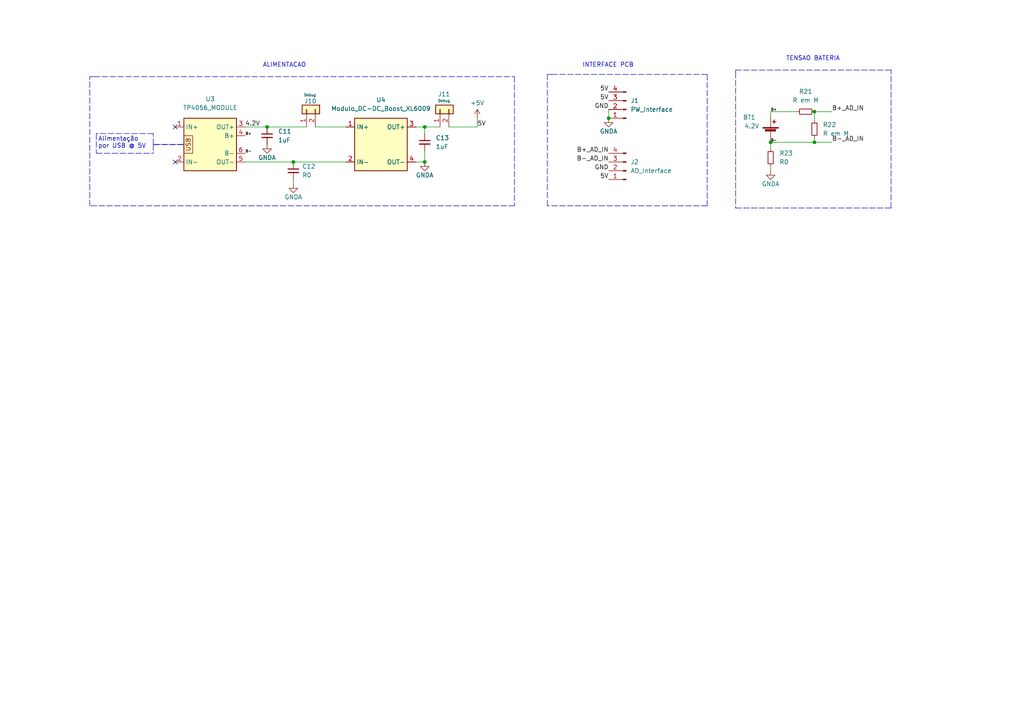
<source format=kicad_sch>
(kicad_sch (version 20211123) (generator eeschema)
  (paper "A4")
  (lib_symbols
    (symbol "Connector:Conn_01x04_Male" (pin_names (offset 1.016) hide)
      (property "Reference" "J" (at 0 5.08 0))
      (property "Value" "Conn_01x04_Male" (at 0 -7.62 0))
      (symbol "Conn_01x04_Male_1_1"
        (polyline (pts (xy 1.27 -5.08) (xy 0.8636 -5.08)) (stroke (width 0.1524)))
        (polyline (pts (xy 1.27 -2.54) (xy 0.8636 -2.54)) (stroke (width 0.1524)))
        (polyline (pts (xy 1.27 0) (xy 0.8636 0)) (stroke (width 0.1524)))
        (polyline (pts (xy 1.27 2.54) (xy 0.8636 2.54)) (stroke (width 0.1524)))
        (rectangle (start 0.8636 -4.953) (end 0 -5.207) (stroke (width 0.1524)) (fill (type outline)))
        (rectangle (start 0.8636 -2.413) (end 0 -2.667) (stroke (width 0.1524)) (fill (type outline)))
        (rectangle (start 0.8636 0.127) (end 0 -0.127) (stroke (width 0.1524)) (fill (type outline)))
        (rectangle (start 0.8636 2.667) (end 0 2.413) (stroke (width 0.1524)) (fill (type outline)))
        (pin passive line (at 5.08 2.54 180) (length 3.81) (name "Pin_1") (number "1"))
        (pin passive line (at 5.08 0 180) (length 3.81) (name "Pin_2") (number "2"))
        (pin passive line (at 5.08 -2.54 180) (length 3.81) (name "Pin_3") (number "3"))
        (pin passive line (at 5.08 -5.08 180) (length 3.81) (name "Pin_4") (number "4"))
      )
    )
    (symbol "Connector_Generic:Conn_01x02" (pin_names (offset 1.016) hide)
      (property "Reference" "J" (at 0 2.54 0))
      (property "Value" "Conn_01x02" (at 0 -5.08 0))
      (symbol "Conn_01x02_1_1"
        (rectangle (start -1.27 -2.413) (end 0 -2.667) (stroke (width 0.1524)))
        (rectangle (start -1.27 0.127) (end 0 -0.127) (stroke (width 0.1524)))
        (rectangle (start -1.27 1.27) (end 1.27 -3.81) (stroke (width 0.254)) (fill (type background)))
        (pin passive line (at -5.08 0 0) (length 3.81) (name "Pin_1") (number "1"))
        (pin passive line (at -5.08 -2.54 0) (length 3.81) (name "Pin_2") (number "2"))
      )
    )
    (symbol "Device:Battery_Cell" (pin_numbers hide) (pin_names (offset 0) hide)
      (property "Reference" "BT" (at 2.54 2.54 0))
      (property "Value" "Battery_Cell" (at 2.54 0 0))
      (symbol "Battery_Cell_0_1"
        (rectangle (start -2.286 1.778) (end 2.286 1.524) (fill (type outline)))
        (rectangle (start -1.5748 1.1938) (end 1.4732 0.6858) (fill (type outline)))
        (polyline (pts (xy 0 0.762) (xy 0 0)))
        (polyline (pts (xy 0 1.778) (xy 0 2.54)))
        (polyline (pts (xy 0.508 3.429) (xy 1.524 3.429)) (stroke (width 0.254)))
        (polyline (pts (xy 1.016 3.937) (xy 1.016 2.921)) (stroke (width 0.254)))
      )
      (symbol "Battery_Cell_1_1"
        (pin passive line (at 0 5.08 270) (length 2.54) (name "+") (number "1"))
        (pin passive line (at 0 -2.54 90) (length 2.54) (name "-") (number "2"))
      )
    )
    (symbol "Device:C_Small" (pin_numbers hide) (pin_names (offset 0.254) hide)
      (property "Reference" "C" (at 0.254 1.778 0))
      (property "Value" "C_Small" (at 0.254 -2.032 0))
      (symbol "C_Small_0_1"
        (polyline (pts (xy -1.524 -0.508) (xy 1.524 -0.508)) (stroke (width 0.3302)))
        (polyline (pts (xy -1.524 0.508) (xy 1.524 0.508)) (stroke (width 0.3048)))
      )
      (symbol "C_Small_1_1"
        (pin passive line (at 0 2.54 270) (length 2.032) (name "~") (number "1"))
        (pin passive line (at 0 -2.54 90) (length 2.032) (name "~") (number "2"))
      )
    )
    (symbol "Device:R_Small" (pin_numbers hide) (pin_names (offset 0.254) hide)
      (property "Reference" "R" (at 0.762 0.508 0))
      (property "Value" "R_Small" (at 0.762 -1.016 0))
      (symbol "R_Small_0_1"
        (rectangle (start -0.762 1.778) (end 0.762 -1.778) (stroke (width 0.2032)))
      )
      (symbol "R_Small_1_1"
        (pin passive line (at 0 2.54 270) (length 0.762) (name "~") (number "1"))
        (pin passive line (at 0 -2.54 90) (length 0.762) (name "~") (number "2"))
      )
    )
    (symbol "adelson:Modulo_DC-DC_Boost_XL6009"
      (property "Reference" "U" (at -7.62 11.43 0))
      (property "Value" "Modulo_DC-DC_Boost_XL6009" (at 6.35 8.89 0))
      (symbol "Modulo_DC-DC_Boost_XL6009_1_1"
        (rectangle (start -7.62 7.62) (end 7.62 -7.62) (stroke (width 0.254)) (fill (type background)))
        (pin input line (at -10.16 5.08 0) (length 2.54) (name "IN+") (number "1"))
        (pin input line (at -10.16 -5.08 0) (length 2.54) (name "IN-") (number "2"))
        (pin output line (at 10.16 5.08 180) (length 2.54) (name "OUT+") (number "3"))
        (pin output line (at 10.16 -5.08 180) (length 2.54) (name "OUT-") (number "4"))
      )
    )
    (symbol "adelson:TP4056_MODULE"
      (property "Reference" "U" (at -6.35 13.97 0))
      (property "Value" "TP4056_MODULE" (at 1.27 11.43 0))
      (symbol "TP4056_MODULE_0_0"
        (text "USB" (at -6.35 2.54 900) (effects (font (size 1.27 1.27))))
      )
      (symbol "TP4056_MODULE_0_1"
        (rectangle (start -7.62 0) (end -5.08 5.08))
      )
      (symbol "TP4056_MODULE_1_1"
        (rectangle (start -7.62 10.16) (end 7.62 -5.08) (stroke (width 0.254)) (fill (type background)))
        (pin input line (at -10.16 7.62 0) (length 2.54) (name "IN+") (number "1"))
        (pin input line (at -10.16 -2.54 0) (length 2.54) (name "IN-") (number "2"))
        (pin output line (at 10.16 7.62 180) (length 2.54) (name "OUT+") (number "3"))
        (pin output line (at 10.16 5.08 180) (length 2.54) (name "B+") (number "4"))
        (pin output line (at 10.16 -2.54 180) (length 2.54) (name "OUT-") (number "5"))
        (pin output line (at 10.16 0 180) (length 2.54) (name "B-") (number "6"))
      )
    )
    (symbol "power:+5V" (power) (pin_names (offset 0))
      (property "Value" "+5V" (at 0 3.556 0))
      (symbol "+5V_0_1"
        (polyline (pts (xy -0.762 1.27) (xy 0 2.54)))
        (polyline (pts (xy 0 0) (xy 0 2.54)))
        (polyline (pts (xy 0 2.54) (xy 0.762 1.27)))
      )
      (symbol "+5V_1_1"
        (pin power_in line (at 0 0 90) (length 0) hide (name "+5V") (number "1"))
      )
    )
    (symbol "power:GNDA" (power) (pin_names (offset 0))
      (property "Value" "GNDA" (at 0 -3.81 0))
      (symbol "GNDA_0_1"
        (polyline (pts (xy 0 0) (xy 0 -1.27) (xy 1.27 -1.27) (xy 0 -2.54) (xy -1.27 -1.27) (xy 0 -1.27)))
      )
      (symbol "GNDA_1_1"
        (pin power_in line (at 0 0 270) (length 0) hide (name "GNDA") (number "1"))
      )
    )
  )
  (junction (at 123.19 36.83))
  (junction (at 223.52 41.275))
  (junction (at 123.19 46.99))
  (junction (at 236.22 32.385))
  (junction (at 77.47 36.83))
  (junction (at 236.22 41.275))
  (junction (at 85.09 46.99))
  (junction (at 176.53 34.29))
  (no_connect (at 50.8 46.99))
  (no_connect (at 50.8 36.83))
  (polyline (pts (xy 158.75 59.69) (xy 158.75 21.59)))
  (polyline (pts (xy 205.105 59.69) (xy 158.75 59.69)))
  (polyline (pts (xy 205.105 21.59) (xy 205.105 59.69)))
  (polyline (pts (xy 149.225 22.225) (xy 149.225 59.69)))
  (wire (pts (xy 123.19 43.815) (xy 123.19 46.99)))
  (polyline (pts (xy 53.34 41.91) (xy 44.45 41.91)))
  (wire (pts (xy 236.22 34.925) (xy 236.22 32.385)))
  (wire (pts (xy 77.47 36.83) (xy 88.9 36.83)))
  (wire (pts (xy 120.65 46.99) (xy 123.19 46.99)))
  (polyline (pts (xy 213.36 60.325) (xy 258.445 60.325)))
  (polyline (pts (xy 44.45 41.91) (xy 53.34 41.91)))
  (polyline (pts (xy 27.94 38.735) (xy 27.94 44.45)))
  (polyline (pts (xy 44.45 38.735) (xy 27.94 38.735)))
  (wire (pts (xy 236.22 41.275) (xy 241.3 41.275)))
  (wire (pts (xy 223.52 48.26) (xy 223.52 49.53)))
  (wire (pts (xy 223.52 32.385) (xy 231.14 32.385)))
  (polyline (pts (xy 258.445 20.32) (xy 213.36 20.32)))
  (wire (pts (xy 223.52 41.275) (xy 223.52 43.18)))
  (wire (pts (xy 91.44 36.83) (xy 100.33 36.83)))
  (wire (pts (xy 223.52 41.275) (xy 236.22 41.275)))
  (polyline (pts (xy 258.445 60.325) (xy 258.445 20.32)))
  (wire (pts (xy 223.52 32.385) (xy 223.52 33.655)))
  (polyline (pts (xy 27.305 22.225) (xy 149.225 22.225)))
  (wire (pts (xy 236.22 32.385) (xy 241.3 32.385)))
  (wire (pts (xy 120.65 36.83) (xy 123.19 36.83)))
  (wire (pts (xy 85.09 52.07) (xy 85.09 53.34)))
  (wire (pts (xy 85.09 46.99) (xy 100.33 46.99)))
  (wire (pts (xy 236.22 40.005) (xy 236.22 41.275)))
  (wire (pts (xy 71.12 36.83) (xy 77.47 36.83)))
  (polyline (pts (xy 158.75 21.59) (xy 160.02 21.59)))
  (polyline (pts (xy 213.36 20.32) (xy 213.36 20.955)))
  (wire (pts (xy 123.19 36.83) (xy 123.19 38.735)))
  (polyline (pts (xy 44.45 41.91) (xy 44.45 44.45)))
  (wire (pts (xy 130.175 36.83) (xy 138.43 36.83)))
  (polyline (pts (xy 149.225 59.69) (xy 26.035 59.69)))
  (polyline (pts (xy 26.035 59.69) (xy 26.035 22.225)))
  (wire (pts (xy 123.19 36.83) (xy 127.635 36.83)))
  (wire (pts (xy 176.53 31.75) (xy 176.53 34.29)))
  (wire (pts (xy 71.12 46.99) (xy 85.09 46.99)))
  (wire (pts (xy 138.43 34.29) (xy 138.43 36.83)))
  (polyline (pts (xy 27.94 44.45) (xy 44.45 44.45)))
  (polyline (pts (xy 213.36 20.955) (xy 213.36 60.325)))
  (polyline (pts (xy 44.45 41.91) (xy 44.45 38.735)))
  (polyline (pts (xy 26.035 22.225) (xy 27.305 22.225)))
  (polyline (pts (xy 160.02 21.59) (xy 205.105 21.59)))
  (text "XL6009 BOOST:\nhttps://www.sunrom.com/p/step-up-dc-dc-based-on-xl6009" (at 60.325 -6.985 0) (effects (font (size 2 2)) (justify left bottom)))
  (text "TENSAO BATERIA" (at 227.965 17.78 0) (effects (font (size 1.27 1.27)) (justify left bottom)))
  (text "Modulo rele arduino\n\nLength	43 mm\nWidth	17.5 mm\nHeight	17 mm" (at 22.225 -8.89 0) (effects (font (size 1.27 1.27)) (justify left bottom)))
  (text "INTERFACE PCB" (at 168.91 19.685 0) (effects (font (size 1.27 1.27)) (justify left bottom)))
  (text "Alimentação \npor USB @ 5V\n" (at 28.448 43.18 0) (effects (font (size 1.27 1.27)) (justify left bottom)))
  (text "TP4056 DIMENSIONS:\n25x19x5mm (LxWxT)\nXL6009 BOOST:\n43,18x21,082mm" (at 60.325 -15.24 0) (effects (font (size 2 2)) (justify left bottom)))
  (text "ALIMENTACAO" (at 76.2 19.685 0) (effects (font (size 1.27 1.27)) (justify left bottom)))
  (label "5V" (at 176.53 52.07 180))
  (label "B+" (at 71.12 39.37 0) (effects (font (size 0.75 0.75))))
  (label "5V" (at 176.53 29.21 180))
  (label "4.2V" (at 71.12 36.83 0))
  (label "GND" (at 176.53 31.75 180))
  (label "5V" (at 176.53 26.67 180))
  (label "B-_AD_IN" (at 176.53 46.99 180))
  (label "B-" (at 223.52 41.275 0) (effects (font (size 0.75 0.75))))
  (label "B+_AD_IN" (at 241.3 32.385 0))
  (label "B-" (at 71.12 44.45 0) (effects (font (size 0.75 0.75))))
  (label "B+_AD_IN" (at 176.53 44.45 180))
  (label "GND" (at 176.53 49.53 180))
  (label "5V" (at 138.43 36.83 0))
  (label "B-_AD_IN" (at 241.3 41.275 0))
  (label "B+" (at 223.52 32.385 0) (effects (font (size 0.75 0.75))))
  (symbol (lib_id "Connector_Generic:Conn_01x02") (at 88.9 31.75 90) (unit 1)
    (property "Reference" "J10" (at 91.821 29.337 90) (effects (justify left)))
    (property "Value" "Debug" (at 91.694 27.559 90) (effects (font (size 0.75 0.75)) (justify left)))
    (property "Footprint" "Connector_PinHeader_2.54mm:PinHeader_1x02_P2.54mm_Vertical" (effects hide))
  )
  (symbol (lib_id "adelson:TP4056_MODULE") (at 60.96 44.45 0) (unit 1)
    (property "Reference" "U3" (at 60.96 28.702 0))
    (property "Value" "TP4056_MODULE" (at 60.96 31.242 0))
    (property "Footprint" "adelson:Módulo_TP4056" (effects hide))
  )
  (symbol (lib_id "Connector_Generic:Conn_01x02") (at 127.635 31.75 90) (unit 1)
    (property "Reference" "J11" (at 127 27.305 90) (effects (justify right)))
    (property "Value" "Debug" (at 127 29.21 90) (effects (font (size 0.75 0.75)) (justify right)))
    (property "Footprint" "Connector_PinHeader_2.54mm:PinHeader_1x02_P2.54mm_Vertical" (effects hide))
  )
  (symbol (lib_id "power:+5V") (at 138.43 34.29 0) (unit 1)
    (property "Reference" "#PWR0102" (effects hide))
    (property "Value" "+5V" (at 138.43 29.845 0))
  )
  (symbol (lib_id "Device:Battery_Cell") (at 223.52 38.735 0) (unit 1)
    (property "Reference" "BT1" (at 217.297 34.036 0))
    (property "Value" "4.2V" (at 218.059 36.576 0))
    (property "Footprint" "Connector_PinHeader_2.54mm:PinHeader_1x02_P2.54mm_Vertical" (effects hide))
  )
  (symbol (lib_id "Device:R_Small") (at 233.68 32.385 90) (unit 1)
    (property "Reference" "R21" (at 233.68 26.543 90))
    (property "Value" "R em M" (at 233.68 29.083 90))
    (property "Footprint" "Resistor_SMD:R_0805_2012Metric_Pad1.20x1.40mm_HandSolder" (effects hide))
  )
  (symbol (lib_id "Connector:Conn_01x04_Male") (at 181.61 49.53 180) (unit 1)
    (property "Reference" "J2" (at 182.88 46.9899 0) (effects (justify right)))
    (property "Value" "AD_Interface" (at 182.88 49.5299 0) (effects (justify right)))
    (property "Footprint" "Connector_PinHeader_2.54mm:PinHeader_1x04_P2.54mm_Vertical" (effects hide))
  )
  (symbol (lib_id "adelson:Modulo_DC-DC_Boost_XL6009") (at 110.49 41.91 0) (unit 1)
    (property "Reference" "U4" (at 110.49 28.956 0))
    (property "Value" "Modulo_DC-DC_Boost_XL6009" (at 110.49 31.496 0))
    (property "Footprint" "adelson:Modulo_DC-DC_Boost_XL6009" (effects hide))
  )
  (symbol (lib_id "power:GNDA") (at 176.53 34.29 0) (unit 1)
    (property "Reference" "#PWR0101" (effects hide))
    (property "Value" "GNDA" (at 176.53 38.1 0))
  )
  (symbol (lib_id "power:GNDA") (at 223.52 49.53 0) (unit 1)
    (property "Reference" "#PWR0124" (effects hide))
    (property "Value" "GNDA" (at 223.52 53.34 0))
  )
  (symbol (lib_id "Device:C_Small") (at 123.19 41.275 0) (unit 1)
    (property "Reference" "C13" (at 126.365 40.0112 0) (effects (justify left)))
    (property "Value" "1uF" (at 126.365 42.5512 0) (effects (justify left)))
    (property "Footprint" "Capacitor_SMD:C_0805_2012Metric" (effects hide))
  )
  (symbol (lib_id "power:GNDA") (at 77.47 41.91 0) (unit 1)
    (property "Reference" "#PWR0118" (effects hide))
    (property "Value" "GNDA" (at 77.47 45.72 0))
  )
  (symbol (lib_id "Device:C_Small") (at 77.47 39.37 0) (unit 1)
    (property "Reference" "C11" (at 80.645 38.1062 0) (effects (justify left)))
    (property "Value" "1uF" (at 80.645 40.6462 0) (effects (justify left)))
    (property "Footprint" "Capacitor_SMD:C_0805_2012Metric" (effects hide))
  )
  (symbol (lib_id "Device:C_Small") (at 85.09 49.53 0) (unit 1)
    (property "Reference" "C12" (at 87.63 48.2662 0) (effects (justify left)))
    (property "Value" "R0" (at 87.63 50.8062 0) (effects (justify left)))
    (property "Footprint" "Capacitor_SMD:C_0805_2012Metric" (effects hide))
  )
  (symbol (lib_id "Connector:Conn_01x04_Male") (at 181.61 31.75 180) (unit 1)
    (property "Reference" "J1" (at 182.88 29.2099 0) (effects (justify right)))
    (property "Value" "PW_Interface" (at 182.88 31.7499 0) (effects (justify right)))
    (property "Footprint" "Connector_PinHeader_2.54mm:PinHeader_1x04_P2.54mm_Vertical" (effects hide))
  )
  (symbol (lib_id "power:GNDA") (at 123.19 46.99 0) (unit 1)
    (property "Reference" "#PWR0120" (effects hide))
    (property "Value" "GNDA" (at 123.19 50.8 0))
  )
  (symbol (lib_id "Device:R_Small") (at 223.52 45.72 180) (unit 1)
    (property "Reference" "R23" (at 226.06 44.4499 0) (effects (justify right)))
    (property "Value" "R0" (at 226.06 46.9899 0) (effects (justify right)))
    (property "Footprint" "Resistor_SMD:R_0805_2012Metric_Pad1.20x1.40mm_HandSolder" (effects hide))
  )
  (symbol (lib_id "Device:R_Small") (at 236.22 37.465 180) (unit 1)
    (property "Reference" "R22" (at 238.633 36.1949 0) (effects (justify right)))
    (property "Value" "R em M" (at 238.633 38.7349 0) (effects (justify right)))
    (property "Footprint" "Resistor_SMD:R_0805_2012Metric_Pad1.20x1.40mm_HandSolder" (effects hide))
  )
  (symbol (lib_id "power:GNDA") (at 85.09 53.34 0) (unit 1)
    (property "Reference" "#PWR0117" (effects hide))
    (property "Value" "GNDA" (at 85.09 57.15 0))
  )
)
</source>
